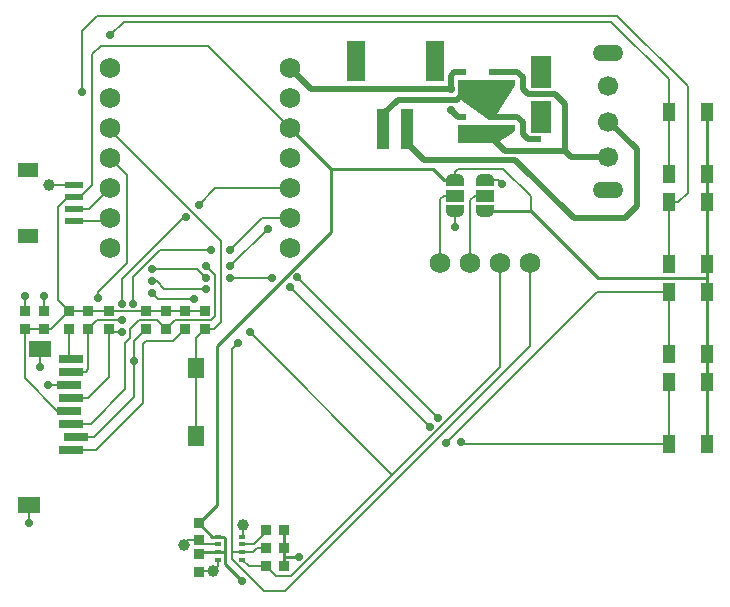
<source format=gbr>
%TF.GenerationSoftware,KiCad,Pcbnew,7.0.8*%
%TF.CreationDate,2024-01-07T13:33:52-05:00*%
%TF.ProjectId,destinationWeatherStation_r4-5,64657374-696e-4617-9469-6f6e57656174,02*%
%TF.SameCoordinates,Original*%
%TF.FileFunction,Copper,L1,Top*%
%TF.FilePolarity,Positive*%
%FSLAX46Y46*%
G04 Gerber Fmt 4.6, Leading zero omitted, Abs format (unit mm)*
G04 Created by KiCad (PCBNEW 7.0.8) date 2024-01-07 13:33:52*
%MOMM*%
%LPD*%
G01*
G04 APERTURE LIST*
G04 Aperture macros list*
%AMFreePoly0*
4,1,19,0.550000,-0.750000,0.000000,-0.750000,0.000000,-0.744911,-0.071157,-0.744911,-0.207708,-0.704816,-0.327430,-0.627875,-0.420627,-0.520320,-0.479746,-0.390866,-0.500000,-0.250000,-0.500000,0.250000,-0.479746,0.390866,-0.420627,0.520320,-0.327430,0.627875,-0.207708,0.704816,-0.071157,0.744911,0.000000,0.744911,0.000000,0.750000,0.550000,0.750000,0.550000,-0.750000,0.550000,-0.750000,
$1*%
%AMFreePoly1*
4,1,19,0.000000,0.744911,0.071157,0.744911,0.207708,0.704816,0.327430,0.627875,0.420627,0.520320,0.479746,0.390866,0.500000,0.250000,0.500000,-0.250000,0.479746,-0.390866,0.420627,-0.520320,0.327430,-0.627875,0.207708,-0.704816,0.071157,-0.744911,0.000000,-0.744911,0.000000,-0.750000,-0.550000,-0.750000,-0.550000,0.750000,0.000000,0.750000,0.000000,0.744911,0.000000,0.744911,
$1*%
G04 Aperture macros list end*
%TA.AperFunction,SMDPad,CuDef*%
%ADD10R,1.000000X1.550000*%
%TD*%
%TA.AperFunction,ComponentPad*%
%ADD11O,2.600000X1.350000*%
%TD*%
%TA.AperFunction,ComponentPad*%
%ADD12C,1.700000*%
%TD*%
%TA.AperFunction,SMDPad,CuDef*%
%ADD13R,0.826000X0.609000*%
%TD*%
%TA.AperFunction,SMDPad,CuDef*%
%ADD14R,0.970000X0.871000*%
%TD*%
%TA.AperFunction,SMDPad,CuDef*%
%ADD15R,1.500000X3.400000*%
%TD*%
%TA.AperFunction,SMDPad,CuDef*%
%ADD16R,1.000000X3.500000*%
%TD*%
%TA.AperFunction,SMDPad,CuDef*%
%ADD17R,0.706000X0.567000*%
%TD*%
%TA.AperFunction,SMDPad,CuDef*%
%ADD18R,2.000000X0.800000*%
%TD*%
%TA.AperFunction,SMDPad,CuDef*%
%ADD19R,1.400000X1.800000*%
%TD*%
%TA.AperFunction,SMDPad,CuDef*%
%ADD20R,1.900000X1.400000*%
%TD*%
%TA.AperFunction,SMDPad,CuDef*%
%ADD21R,0.820000X0.929000*%
%TD*%
%TA.AperFunction,SMDPad,CuDef*%
%ADD22R,0.929000X0.820000*%
%TD*%
%TA.AperFunction,SMDPad,CuDef*%
%ADD23FreePoly0,90.000000*%
%TD*%
%TA.AperFunction,SMDPad,CuDef*%
%ADD24R,1.500000X1.000000*%
%TD*%
%TA.AperFunction,SMDPad,CuDef*%
%ADD25FreePoly1,90.000000*%
%TD*%
%TA.AperFunction,ComponentPad*%
%ADD26C,1.750000*%
%TD*%
%TA.AperFunction,SMDPad,CuDef*%
%ADD27R,1.800000X1.200000*%
%TD*%
%TA.AperFunction,SMDPad,CuDef*%
%ADD28R,1.550000X0.600000*%
%TD*%
%TA.AperFunction,SMDPad,CuDef*%
%ADD29R,0.500000X0.350000*%
%TD*%
%TA.AperFunction,SMDPad,CuDef*%
%ADD30FreePoly0,270.000000*%
%TD*%
%TA.AperFunction,SMDPad,CuDef*%
%ADD31FreePoly1,270.000000*%
%TD*%
%TA.AperFunction,ViaPad*%
%ADD32C,0.700000*%
%TD*%
%TA.AperFunction,ViaPad*%
%ADD33C,1.000000*%
%TD*%
%TA.AperFunction,Conductor*%
%ADD34C,0.250000*%
%TD*%
%TA.AperFunction,Conductor*%
%ADD35C,0.200000*%
%TD*%
%TA.AperFunction,Conductor*%
%ADD36C,0.500000*%
%TD*%
%TA.AperFunction,Conductor*%
%ADD37C,0.300000*%
%TD*%
G04 APERTURE END LIST*
D10*
%TO.P,SW5,1*%
%TO.N,+3V3*%
X173685000Y-102785000D03*
%TO.P,SW5,2*%
X173685000Y-108035000D03*
%TO.P,SW5,3*%
%TO.N,/SW5*%
X170485000Y-102785000D03*
%TO.P,SW5,4*%
X170485000Y-108035000D03*
%TD*%
%TO.P,SW3,1*%
%TO.N,+3V3*%
X173685000Y-87545000D03*
%TO.P,SW3,2*%
X173685000Y-92795000D03*
%TO.P,SW3,3*%
%TO.N,/SW3*%
X170485000Y-87545000D03*
%TO.P,SW3,4*%
X170485000Y-92795000D03*
%TD*%
%TO.P,SW2,1*%
%TO.N,+3V3*%
X173685000Y-79925000D03*
%TO.P,SW2,2*%
X173685000Y-85175000D03*
%TO.P,SW2,3*%
%TO.N,/SW2*%
X170485000Y-79925000D03*
%TO.P,SW2,4*%
X170485000Y-85175000D03*
%TD*%
D11*
%TO.P,SW1,*%
%TO.N,*%
X165354000Y-86530000D03*
X165354000Y-74930000D03*
D12*
%TO.P,SW1,1,A*%
%TO.N,Net-(SW1-A)*%
X165354000Y-83730000D03*
%TO.P,SW1,2,B*%
%TO.N,Net-(J1-Pin_1)*%
X165354000Y-80730000D03*
%TO.P,SW1,3,C*%
%TO.N,unconnected-(SW1-C-Pad3)*%
X165354000Y-77730000D03*
%TD*%
D13*
%TO.P,Q2,1*%
%TO.N,Net-(SW1-A)*%
X159228000Y-78420000D03*
%TO.P,Q2,2*%
%TO.N,GND*%
X159228000Y-76520000D03*
%TO.P,Q2,3*%
%TO.N,Net-(J1-Pin_2)*%
X157002000Y-77470000D03*
%TD*%
D14*
%TO.P,C2,1*%
%TO.N,+3V3*%
X130683000Y-117360000D03*
%TO.P,C2,2*%
%TO.N,GND*%
X130683000Y-118860000D03*
%TD*%
D15*
%TO.P,J1,*%
%TO.N,*%
X150670000Y-75586000D03*
X143970000Y-75586000D03*
D16*
%TO.P,J1,1,Pin_1*%
%TO.N,Net-(J1-Pin_1)*%
X148320000Y-81336000D03*
%TO.P,J1,2,Pin_2*%
%TO.N,Net-(J1-Pin_2)*%
X146320000Y-81336000D03*
%TD*%
D17*
%TO.P,Q4,1*%
%TO.N,Net-(J1-Pin_2)*%
X155608000Y-78420000D03*
%TO.P,Q4,2*%
X155608000Y-77470000D03*
%TO.P,Q4,3*%
%TO.N,Net-(SW1-A)*%
X155608000Y-76520000D03*
%TO.P,Q4,4*%
%TO.N,VCC*%
X153002000Y-76520000D03*
%TO.P,Q4,5*%
%TO.N,Net-(J1-Pin_2)*%
X153002000Y-77470000D03*
%TO.P,Q4,6*%
X153002000Y-78420000D03*
%TD*%
D18*
%TO.P,J2,1,DAT2*%
%TO.N,/DAT2*%
X119879000Y-108505000D03*
%TO.P,J2,2,DAT3/CD*%
%TO.N,/CS_SD*%
X120279000Y-107405000D03*
%TO.P,J2,3,CMD*%
%TO.N,/MOSI*%
X119879000Y-106305000D03*
%TO.P,J2,4,VDD*%
%TO.N,+3V3*%
X119679000Y-105205000D03*
%TO.P,J2,5,CLK*%
%TO.N,/SCK*%
X119879000Y-104105000D03*
%TO.P,J2,6,VSS*%
%TO.N,GND*%
X119679000Y-103005000D03*
%TO.P,J2,7,DAT0*%
%TO.N,/MISO*%
X119879000Y-101905000D03*
%TO.P,J2,8,DAT1*%
%TO.N,/DAT1*%
X119879000Y-100805000D03*
D19*
%TO.P,J2,9,DET*%
%TO.N,/CD*%
X130429000Y-101615000D03*
X130429000Y-107315000D03*
D20*
%TO.P,J2,10,SHIELD*%
%TO.N,GND*%
X117279000Y-100015000D03*
X116279000Y-113165000D03*
%TD*%
D10*
%TO.P,SW4,1*%
%TO.N,+3V3*%
X173685000Y-95165000D03*
%TO.P,SW4,2*%
X173685000Y-100415000D03*
%TO.P,SW4,3*%
%TO.N,/SW4*%
X170485000Y-95165000D03*
%TO.P,SW4,4*%
X170485000Y-100415000D03*
%TD*%
D21*
%TO.P,R10,1*%
%TO.N,+3V3*%
X137910000Y-118364000D03*
%TO.P,R10,2*%
%TO.N,/SCL*%
X136400000Y-118364000D03*
%TD*%
D22*
%TO.P,R5,1*%
%TO.N,+3V3*%
X127889000Y-96781000D03*
%TO.P,R5,2*%
%TO.N,/MOSI*%
X127889000Y-98291000D03*
%TD*%
D23*
%TO.P,JP2,1,A*%
%TO.N,+3V3*%
X154940000Y-88295000D03*
D24*
%TO.P,JP2,2,C*%
%TO.N,/OLED2*%
X154940000Y-86995000D03*
D25*
%TO.P,JP2,3,B*%
%TO.N,GND*%
X154940000Y-85695000D03*
%TD*%
D14*
%TO.P,C4,1*%
%TO.N,+3V3*%
X117602000Y-98286000D03*
%TO.P,C4,2*%
%TO.N,GND*%
X117602000Y-96786000D03*
%TD*%
D22*
%TO.P,R3,1*%
%TO.N,+3V3*%
X121343000Y-96781000D03*
%TO.P,R3,2*%
%TO.N,/MISO*%
X121343000Y-98291000D03*
%TD*%
D26*
%TO.P,U1,1,D0*%
%TO.N,/SW2*%
X123190000Y-76200000D03*
%TO.P,U1,2,D1*%
%TO.N,/SW3*%
X123190000Y-78740000D03*
%TO.P,U1,3,D2*%
%TO.N,/CD*%
X123190000Y-81280000D03*
%TO.P,U1,4,D3*%
%TO.N,/CS_SD*%
X123190000Y-83820000D03*
%TO.P,U1,5,SDA*%
%TO.N,/SDA*%
X123190000Y-86360000D03*
%TO.P,U1,6,SCL*%
%TO.N,/SCL*%
X123190000Y-88900000D03*
%TO.P,U1,7,D6*%
%TO.N,/SW4*%
X123190000Y-91440000D03*
%TO.P,U1,8,D7*%
%TO.N,/SW5*%
X138430000Y-91440000D03*
%TO.P,U1,9,SCK*%
%TO.N,/SCK*%
X138430000Y-88900000D03*
%TO.P,U1,10,MISO*%
%TO.N,/MISO*%
X138430000Y-86360000D03*
%TO.P,U1,11,MOSI*%
%TO.N,/MOSI*%
X138430000Y-83820000D03*
%TO.P,U1,12,3V3*%
%TO.N,+3V3*%
X138430000Y-81280000D03*
%TO.P,U1,13,GND*%
%TO.N,GND*%
X138430000Y-78740000D03*
%TO.P,U1,14,VIN*%
%TO.N,VCC*%
X138430000Y-76200000D03*
%TD*%
D27*
%TO.P,J3,*%
%TO.N,*%
X116235000Y-84830000D03*
X116235000Y-90430000D03*
D28*
%TO.P,J3,1,Pin_1*%
%TO.N,GND*%
X120110000Y-86130000D03*
%TO.P,J3,2,Pin_2*%
%TO.N,+3V3*%
X120110000Y-87130000D03*
%TO.P,J3,3,Pin_3*%
%TO.N,/SDA*%
X120110000Y-88130000D03*
%TO.P,J3,4,Pin_4*%
%TO.N,/SCL*%
X120110000Y-89130000D03*
%TD*%
D22*
%TO.P,R1,1*%
%TO.N,+3V3*%
X131191000Y-96781000D03*
%TO.P,R1,2*%
%TO.N,/CD*%
X131191000Y-98291000D03*
%TD*%
D29*
%TO.P,U2,1,GND*%
%TO.N,GND*%
X134375000Y-115865000D03*
%TO.P,U2,2,CSB*%
%TO.N,/BME_CS*%
X134375000Y-116515000D03*
%TO.P,U2,3,SDI*%
%TO.N,/SDA*%
X134375000Y-117165000D03*
%TO.P,U2,4,SCK*%
%TO.N,/SCL*%
X134375000Y-117815000D03*
%TO.P,U2,5,SDO*%
%TO.N,GND*%
X132325000Y-117815000D03*
%TO.P,U2,6,VDDIO*%
%TO.N,+3V3*%
X132325000Y-117165000D03*
%TO.P,U2,7,GND*%
%TO.N,GND*%
X132325000Y-116515000D03*
%TO.P,U2,8,VDD*%
%TO.N,+3V3*%
X132325000Y-115865000D03*
%TD*%
D13*
%TO.P,Q1,1*%
%TO.N,Net-(J1-Pin_2)*%
X159228000Y-82230000D03*
%TO.P,Q1,2*%
%TO.N,GND*%
X159228000Y-80330000D03*
%TO.P,Q1,3*%
%TO.N,Net-(SW1-A)*%
X157002000Y-81280000D03*
%TD*%
D22*
%TO.P,R2,1*%
%TO.N,+3V3*%
X119692000Y-96781000D03*
%TO.P,R2,2*%
%TO.N,/DAT1*%
X119692000Y-98291000D03*
%TD*%
D26*
%TO.P,U3,1,GND*%
%TO.N,/OLED1*%
X151130000Y-92710000D03*
%TO.P,U3,2,VCC*%
%TO.N,/OLED2*%
X153670000Y-92710000D03*
%TO.P,U3,3,SCL*%
%TO.N,/SCL*%
X156210000Y-92710000D03*
%TO.P,U3,4,SDA*%
%TO.N,/SDA*%
X158750000Y-92710000D03*
%TD*%
D21*
%TO.P,R9,1*%
%TO.N,+3V3*%
X137920000Y-116840000D03*
%TO.P,R9,2*%
%TO.N,/SDA*%
X136410000Y-116840000D03*
%TD*%
D22*
%TO.P,R6,1*%
%TO.N,+3V3*%
X126238000Y-96781000D03*
%TO.P,R6,2*%
%TO.N,/CS_SD*%
X126238000Y-98291000D03*
%TD*%
D30*
%TO.P,JP1,1,A*%
%TO.N,+3V3*%
X152400000Y-85695000D03*
D24*
%TO.P,JP1,2,C*%
%TO.N,/OLED1*%
X152400000Y-86995000D03*
D31*
%TO.P,JP1,3,B*%
%TO.N,GND*%
X152400000Y-88295000D03*
%TD*%
D22*
%TO.P,R7,1*%
%TO.N,+3V3*%
X129540000Y-96781000D03*
%TO.P,R7,2*%
%TO.N,/DAT2*%
X129540000Y-98291000D03*
%TD*%
D21*
%TO.P,R8,1*%
%TO.N,+3V3*%
X137920000Y-115316000D03*
%TO.P,R8,2*%
%TO.N,/BME_CS*%
X136410000Y-115316000D03*
%TD*%
D14*
%TO.P,C1,1*%
%TO.N,+3V3*%
X130683000Y-114693000D03*
%TO.P,C1,2*%
%TO.N,GND*%
X130683000Y-116193000D03*
%TD*%
D22*
%TO.P,R4,1*%
%TO.N,+3V3*%
X123063000Y-96781000D03*
%TO.P,R4,2*%
%TO.N,/SCK*%
X123063000Y-98291000D03*
%TD*%
D14*
%TO.P,C3,1*%
%TO.N,+3V3*%
X115951000Y-98286000D03*
%TO.P,C3,2*%
%TO.N,GND*%
X115951000Y-96786000D03*
%TD*%
D17*
%TO.P,Q3,1*%
%TO.N,Net-(SW1-A)*%
X155608000Y-82230000D03*
%TO.P,Q3,2*%
X155608000Y-81280000D03*
%TO.P,Q3,3*%
%TO.N,Net-(J1-Pin_2)*%
X155608000Y-80330000D03*
%TO.P,Q3,4*%
%TO.N,VCC*%
X153002000Y-80330000D03*
%TO.P,Q3,5*%
%TO.N,Net-(SW1-A)*%
X153002000Y-81280000D03*
%TO.P,Q3,6*%
X153002000Y-82230000D03*
%TD*%
D32*
%TO.N,+3V3*%
X139185734Y-117595734D03*
X134366000Y-119634000D03*
%TO.N,GND*%
X117602000Y-95504000D03*
X160147000Y-76581000D03*
X117914000Y-103034000D03*
X116332000Y-114681000D03*
X159258000Y-79375000D03*
X115951000Y-95504000D03*
D33*
X131900000Y-118800000D03*
D32*
X160147000Y-81280000D03*
X160147000Y-79375000D03*
X160147000Y-75565000D03*
X160147000Y-77470000D03*
X156337000Y-85979000D03*
X160147000Y-80391000D03*
X152400000Y-89662000D03*
D33*
X129413000Y-116586000D03*
D32*
X159258000Y-75565000D03*
X117221000Y-101473000D03*
D33*
X134400000Y-114900000D03*
X118008400Y-86131400D03*
D32*
X159258000Y-77470000D03*
X159258000Y-81280000D03*
%TO.N,VCC*%
X152019000Y-77978000D03*
X152019000Y-79756000D03*
%TO.N,/SDA*%
X130302000Y-95758000D03*
X126746000Y-95250000D03*
X133999500Y-99441000D03*
%TO.N,/SCL*%
X135001000Y-98552000D03*
X126746000Y-94234000D03*
X131318000Y-94879503D03*
%TO.N,/MISO*%
X124206000Y-97536000D03*
X124206000Y-96131500D03*
X129603500Y-88836500D03*
X130683000Y-87757000D03*
%TO.N,/SCK*%
X133350000Y-91567000D03*
X125105503Y-96131500D03*
X131684500Y-91567000D03*
X124191500Y-98552000D03*
%TO.N,/MOSI*%
X133350000Y-92964000D03*
X131318000Y-92964000D03*
X136525000Y-89789000D03*
%TO.N,/CS_SD*%
X122174000Y-95631000D03*
X125222000Y-100965000D03*
%TO.N,/SW2*%
X123190000Y-73400500D03*
%TO.N,/SW3*%
X120777000Y-78232000D03*
%TO.N,/SW4*%
X150234734Y-106546734D03*
X151638000Y-107950000D03*
X136906000Y-93980000D03*
X131318000Y-93980000D03*
X133350000Y-93980000D03*
X126746000Y-93198109D03*
X138430000Y-94742000D03*
%TO.N,/SW5*%
X139001500Y-93916500D03*
X152908000Y-107823000D03*
X150933234Y-105848234D03*
%TD*%
D34*
%TO.N,+3V3*%
X173685000Y-93980000D02*
X172847000Y-93980000D01*
D35*
X115951000Y-98286000D02*
X117602000Y-98286000D01*
X156464000Y-84709000D02*
X158780000Y-87025000D01*
D34*
X141850000Y-90052000D02*
X132207000Y-99695000D01*
X173685000Y-87545000D02*
X173685000Y-92795000D01*
X139179468Y-117602000D02*
X137910000Y-117602000D01*
X132325000Y-115865000D02*
X132722500Y-115865000D01*
D35*
X126238000Y-96781000D02*
X129540000Y-96781000D01*
X132875000Y-117094000D02*
X132804000Y-117165000D01*
X129540000Y-96781000D02*
X131191000Y-96781000D01*
D34*
X130683000Y-117410000D02*
X130928000Y-117165000D01*
D35*
X121666000Y-86084000D02*
X121666000Y-75034000D01*
X118745000Y-87995736D02*
X118745000Y-95834000D01*
D34*
X158780000Y-88295000D02*
X154940000Y-88295000D01*
X132722500Y-115865000D02*
X132875000Y-116017500D01*
D35*
X120620000Y-87130000D02*
X121666000Y-86084000D01*
X158780000Y-87025000D02*
X158780000Y-88295000D01*
X139185734Y-117595734D02*
X139179468Y-117602000D01*
X119761000Y-96712000D02*
X119692000Y-96781000D01*
X152654000Y-84709000D02*
X156464000Y-84709000D01*
D34*
X173685000Y-100415000D02*
X173685000Y-102785000D01*
X173685000Y-95165000D02*
X173685000Y-100415000D01*
X173685000Y-79925000D02*
X173685000Y-85175000D01*
X130928000Y-117165000D02*
X132325000Y-117165000D01*
D35*
X118187000Y-98286000D02*
X119692000Y-96781000D01*
X118679000Y-105205000D02*
X119679000Y-105205000D01*
X115951000Y-98286000D02*
X115951000Y-102477000D01*
D34*
X132875000Y-118143000D02*
X134366000Y-119634000D01*
X150486000Y-84700000D02*
X141850000Y-84700000D01*
D35*
X154940000Y-88295000D02*
X154755000Y-88295000D01*
D34*
X132207000Y-113169000D02*
X130683000Y-114693000D01*
X137910000Y-118364000D02*
X137910000Y-117602000D01*
D35*
X117602000Y-98286000D02*
X118187000Y-98286000D01*
D34*
X130683000Y-114743000D02*
X131805000Y-115865000D01*
X141850000Y-84700000D02*
X141850000Y-90052000D01*
D35*
X119692000Y-96781000D02*
X126238000Y-96781000D01*
X131445000Y-74295000D02*
X134112000Y-76962000D01*
D34*
X132875000Y-116017500D02*
X132875000Y-117025000D01*
D35*
X119610736Y-87130000D02*
X118745000Y-87995736D01*
X152400000Y-84963000D02*
X152654000Y-84709000D01*
D34*
X164465000Y-93980000D02*
X158780000Y-88295000D01*
X151481000Y-85695000D02*
X150486000Y-84700000D01*
D35*
X118745000Y-95834000D02*
X119692000Y-96781000D01*
X121666000Y-75034000D02*
X122405000Y-74295000D01*
X134112000Y-76962000D02*
X138430000Y-81280000D01*
D34*
X173685000Y-85175000D02*
X173685000Y-87545000D01*
X152400000Y-85695000D02*
X151481000Y-85695000D01*
X131805000Y-115865000D02*
X132325000Y-115865000D01*
D35*
X137910000Y-115326000D02*
X137920000Y-115316000D01*
X152400000Y-85695000D02*
X152400000Y-84963000D01*
X122405000Y-74295000D02*
X131445000Y-74295000D01*
D34*
X141850000Y-84700000D02*
X138430000Y-81280000D01*
X137910000Y-117602000D02*
X137910000Y-115326000D01*
X132207000Y-99695000D02*
X132207000Y-113169000D01*
X172847000Y-93980000D02*
X164465000Y-93980000D01*
X173685000Y-93980000D02*
X173685000Y-95165000D01*
X173685000Y-92795000D02*
X173685000Y-93980000D01*
X132875000Y-117025000D02*
X132875000Y-118143000D01*
D35*
X115951000Y-102477000D02*
X118679000Y-105205000D01*
D34*
X132804000Y-117165000D02*
X132325000Y-117165000D01*
D35*
X120110000Y-87130000D02*
X119610736Y-87130000D01*
D34*
X173685000Y-102785000D02*
X173685000Y-108035000D01*
D35*
X120110000Y-87130000D02*
X120620000Y-87130000D01*
%TO.N,GND*%
X134400000Y-115840000D02*
X134375000Y-115865000D01*
X115951000Y-96786000D02*
X115951000Y-95504000D01*
X129806000Y-116193000D02*
X130733000Y-116193000D01*
X119679000Y-103005000D02*
X117943000Y-103005000D01*
X120110000Y-86130000D02*
X118009800Y-86130000D01*
X117279000Y-100015000D02*
X117279000Y-101415000D01*
X132325000Y-118375000D02*
X132325000Y-117815000D01*
X116279000Y-114628000D02*
X116332000Y-114681000D01*
X130733000Y-116193000D02*
X131055000Y-116515000D01*
X129413000Y-116586000D02*
X129806000Y-116193000D01*
X131055000Y-116515000D02*
X132325000Y-116515000D01*
X116279000Y-113165000D02*
X116279000Y-114628000D01*
X154940000Y-85695000D02*
X156053000Y-85695000D01*
X131900000Y-118800000D02*
X131890000Y-118810000D01*
X134400000Y-114900000D02*
X134400000Y-115840000D01*
X131900000Y-118800000D02*
X132325000Y-118375000D01*
X118009800Y-86130000D02*
X118008400Y-86131400D01*
X156053000Y-85695000D02*
X156337000Y-85979000D01*
X117602000Y-96786000D02*
X117602000Y-95504000D01*
X117279000Y-101415000D02*
X117221000Y-101473000D01*
X152400000Y-88295000D02*
X152400000Y-89662000D01*
X117943000Y-103005000D02*
X117914000Y-103034000D01*
X131890000Y-118810000D02*
X130683000Y-118810000D01*
D36*
%TO.N,VCC*%
X152019000Y-76835000D02*
X152019000Y-77978000D01*
X140208000Y-77978000D02*
X138430000Y-76200000D01*
X153002000Y-76520000D02*
X152334000Y-76520000D01*
X152019000Y-79756000D02*
X152593000Y-80330000D01*
X152019000Y-77978000D02*
X140208000Y-77978000D01*
X152334000Y-76520000D02*
X152019000Y-76835000D01*
X152593000Y-80330000D02*
X153002000Y-80330000D01*
D35*
%TO.N,/OLED1*%
X151450000Y-86995000D02*
X152400000Y-86995000D01*
X151130000Y-87315000D02*
X151450000Y-86995000D01*
X151130000Y-92710000D02*
X151130000Y-87315000D01*
%TO.N,/OLED2*%
X154051000Y-86995000D02*
X154940000Y-86995000D01*
X153670000Y-92710000D02*
X153670000Y-87376000D01*
X153670000Y-87376000D02*
X154051000Y-86995000D01*
%TO.N,/BME_CS*%
X134375000Y-116515000D02*
X135345000Y-116515000D01*
X135345000Y-116515000D02*
X136410000Y-115450000D01*
X136410000Y-115450000D02*
X136410000Y-115316000D01*
%TO.N,/DAT2*%
X122000000Y-108505000D02*
X125984000Y-104521000D01*
X126238000Y-99314000D02*
X128517000Y-99314000D01*
X119879000Y-108505000D02*
X122000000Y-108505000D01*
X125984000Y-99568000D02*
X126238000Y-99314000D01*
X128517000Y-99314000D02*
X129540000Y-98291000D01*
X125984000Y-104521000D02*
X125984000Y-99568000D01*
%TO.N,/DAT1*%
X119692000Y-100618000D02*
X119879000Y-100805000D01*
X119692000Y-98328000D02*
X119692000Y-100618000D01*
D36*
%TO.N,Net-(J1-Pin_1)*%
X167767000Y-87884000D02*
X167767000Y-83058000D01*
X148320000Y-82534000D02*
X149733000Y-83947000D01*
D37*
X148320000Y-81336000D02*
X148320000Y-82534000D01*
D36*
X166751000Y-88900000D02*
X167767000Y-87884000D01*
X167767000Y-83058000D02*
X165439000Y-80730000D01*
X149733000Y-83947000D02*
X157480000Y-83947000D01*
X165439000Y-80730000D02*
X165354000Y-80730000D01*
X157480000Y-83947000D02*
X162433000Y-88900000D01*
X162433000Y-88900000D02*
X166751000Y-88900000D01*
%TO.N,Net-(J1-Pin_2)*%
X158557000Y-82230000D02*
X158115000Y-81788000D01*
X146320000Y-80086000D02*
X147539000Y-78867000D01*
X158115000Y-80775500D02*
X157669500Y-80330000D01*
X146320000Y-81336000D02*
X146320000Y-80086000D01*
X152555000Y-78867000D02*
X153002000Y-78420000D01*
X158115000Y-81788000D02*
X158115000Y-80775500D01*
X147539000Y-78867000D02*
X152555000Y-78867000D01*
X159228000Y-82230000D02*
X158557000Y-82230000D01*
X157669500Y-80330000D02*
X155608000Y-80330000D01*
D35*
%TO.N,/SDA*%
X137968633Y-120500000D02*
X136200000Y-120500000D01*
X133477000Y-117777000D02*
X133477000Y-99963500D01*
X136410000Y-116840000D02*
X135636000Y-116840000D01*
X135636000Y-116840000D02*
X135311000Y-117165000D01*
X120110000Y-88130000D02*
X121420000Y-88130000D01*
X136200000Y-120500000D02*
X133477000Y-117777000D01*
X135311000Y-117165000D02*
X134375000Y-117165000D01*
X126746000Y-95250000D02*
X127254000Y-95758000D01*
X133477000Y-99963500D02*
X133999500Y-99441000D01*
X127254000Y-95758000D02*
X130302000Y-95758000D01*
X158750000Y-99718633D02*
X137968633Y-120500000D01*
X121420000Y-88130000D02*
X123190000Y-86360000D01*
X134375000Y-117165000D02*
X133477000Y-117165000D01*
X158750000Y-92710000D02*
X158750000Y-99718633D01*
%TO.N,/SCL*%
X127127000Y-94234000D02*
X127772503Y-94879503D01*
X127772503Y-94879503D02*
X131318000Y-94879503D01*
X156210000Y-101490000D02*
X156210000Y-92710000D01*
X126746000Y-94234000D02*
X127127000Y-94234000D01*
X134375000Y-117815000D02*
X134924000Y-118364000D01*
X136400000Y-118364000D02*
X137200000Y-119164000D01*
X121500000Y-89130000D02*
X122960000Y-89130000D01*
X137200000Y-119164000D02*
X137750000Y-119164000D01*
X138536000Y-119164000D02*
X141994500Y-115705500D01*
X120110000Y-89130000D02*
X121500000Y-89130000D01*
X137750000Y-119164000D02*
X138536000Y-119164000D01*
X122960000Y-89130000D02*
X123190000Y-88900000D01*
X137750000Y-119164000D02*
X137236500Y-119164000D01*
X141994500Y-115705500D02*
X156210000Y-101490000D01*
X135001000Y-98552000D02*
X147074500Y-110625500D01*
X134924000Y-118364000D02*
X136400000Y-118364000D01*
D36*
%TO.N,Net-(SW1-A)*%
X162216000Y-83730000D02*
X161671000Y-83185000D01*
X155636000Y-82230000D02*
X156591000Y-83185000D01*
X160843000Y-78420000D02*
X159228000Y-78420000D01*
X155608000Y-82230000D02*
X155636000Y-82230000D01*
X157669500Y-76520000D02*
X155608000Y-76520000D01*
X165354000Y-83730000D02*
X162216000Y-83730000D01*
X158115000Y-77978000D02*
X158115000Y-76965500D01*
X161671000Y-79248000D02*
X160843000Y-78420000D01*
X156591000Y-83185000D02*
X161671000Y-83185000D01*
X161671000Y-83185000D02*
X161671000Y-79248000D01*
X158557000Y-78420000D02*
X158115000Y-77978000D01*
X158115000Y-76965500D02*
X157669500Y-76520000D01*
X159228000Y-78420000D02*
X158557000Y-78420000D01*
D35*
%TO.N,/CD*%
X123190000Y-81407000D02*
X132588000Y-90805000D01*
X131191000Y-98291000D02*
X131960000Y-98291000D01*
X130315000Y-107733000D02*
X130311000Y-107737000D01*
X130429000Y-107315000D02*
X130429000Y-101615000D01*
X130429000Y-99053000D02*
X131191000Y-98291000D01*
X130483200Y-101560800D02*
X130429000Y-101615000D01*
X130444000Y-101600000D02*
X130429000Y-101615000D01*
X131960000Y-98291000D02*
X132588000Y-97663000D01*
X130429000Y-101615000D02*
X130429000Y-99053000D01*
X132588000Y-90805000D02*
X132588000Y-97663000D01*
X130487000Y-101557000D02*
X130429000Y-101615000D01*
X123190000Y-81280000D02*
X123190000Y-81407000D01*
%TO.N,/MISO*%
X121343000Y-98291000D02*
X122098000Y-97536000D01*
X132080000Y-86360000D02*
X138430000Y-86360000D01*
X129412823Y-88836500D02*
X124206000Y-94043323D01*
X130683000Y-87757000D02*
X132080000Y-86360000D01*
X129603500Y-88836500D02*
X129412823Y-88836500D01*
X121343000Y-98328000D02*
X121343000Y-101669000D01*
X122098000Y-97536000D02*
X124206000Y-97536000D01*
X121107000Y-101905000D02*
X119879000Y-101905000D01*
X124206000Y-94043323D02*
X124206000Y-96131500D01*
X121343000Y-101669000D02*
X121107000Y-101905000D01*
%TO.N,/SCK*%
X127437979Y-91567000D02*
X131684500Y-91567000D01*
X123063000Y-102362000D02*
X121320000Y-104105000D01*
X123324000Y-98552000D02*
X123063000Y-98291000D01*
X121320000Y-104105000D02*
X119879000Y-104105000D01*
X123063000Y-98291000D02*
X123063000Y-102362000D01*
X133350000Y-91567000D02*
X136017000Y-88900000D01*
X124191500Y-98552000D02*
X123324000Y-98552000D01*
X125105503Y-96131500D02*
X125105503Y-93899476D01*
X125105503Y-93899476D02*
X127437979Y-91567000D01*
X136017000Y-88900000D02*
X138430000Y-88900000D01*
%TO.N,/MOSI*%
X132080000Y-93726000D02*
X132080000Y-97190764D01*
X124841000Y-99090239D02*
X124841000Y-98298000D01*
X131318000Y-92964000D02*
X132080000Y-93726000D01*
X124460000Y-103378000D02*
X124460000Y-99471239D01*
X119879000Y-106305000D02*
X121533000Y-106305000D01*
X125603000Y-97536000D02*
X127134000Y-97536000D01*
X124841000Y-98298000D02*
X125603000Y-97536000D01*
X124460000Y-99471239D02*
X124841000Y-99090239D01*
X127134000Y-97536000D02*
X127889000Y-98291000D01*
X131734764Y-97536000D02*
X128644000Y-97536000D01*
X132080000Y-97190764D02*
X131734764Y-97536000D01*
X136525000Y-89789000D02*
X133350000Y-92964000D01*
X128644000Y-97536000D02*
X127889000Y-98291000D01*
X121533000Y-106305000D02*
X124460000Y-103378000D01*
%TO.N,/CS_SD*%
X123190000Y-83820000D02*
X124587000Y-85217000D01*
X122174000Y-95123000D02*
X122174000Y-95631000D01*
X125222000Y-104013000D02*
X121830000Y-107405000D01*
X125222000Y-100965000D02*
X125222000Y-99307000D01*
X125222000Y-99307000D02*
X126238000Y-98291000D01*
X124587000Y-92710000D02*
X122174000Y-95123000D01*
X125222000Y-100965000D02*
X125222000Y-104013000D01*
X121830000Y-107405000D02*
X120279000Y-107405000D01*
X124587000Y-85217000D02*
X124587000Y-92710000D01*
%TO.N,/SW2*%
X170485000Y-79925000D02*
X170485000Y-85175000D01*
X170485000Y-77140000D02*
X165608000Y-72263000D01*
X165608000Y-72263000D02*
X124327500Y-72263000D01*
X170485000Y-79925000D02*
X170485000Y-77140000D01*
X124327500Y-72263000D02*
X123190000Y-73400500D01*
%TO.N,/SW3*%
X120777000Y-78232000D02*
X120777000Y-73025000D01*
X171281000Y-87545000D02*
X170485000Y-87545000D01*
X172085000Y-86741000D02*
X171281000Y-87545000D01*
X122047000Y-71755000D02*
X166116000Y-71755000D01*
X172085000Y-77724000D02*
X172085000Y-86741000D01*
X170485000Y-87545000D02*
X170485000Y-92795000D01*
X120777000Y-73025000D02*
X122047000Y-71755000D01*
X166116000Y-71755000D02*
X172085000Y-77724000D01*
%TO.N,/SW4*%
X130536109Y-93198109D02*
X131318000Y-93980000D01*
X136906000Y-93980000D02*
X133350000Y-93980000D01*
X170485000Y-95165000D02*
X170485000Y-100415000D01*
X164423000Y-95165000D02*
X170485000Y-95165000D01*
X151638000Y-107950000D02*
X164423000Y-95165000D01*
X150234734Y-106546734D02*
X138430000Y-94742000D01*
X126746000Y-93198109D02*
X130536109Y-93198109D01*
%TO.N,/SW5*%
X139001500Y-93916500D02*
X150933234Y-105848234D01*
X152908000Y-107823000D02*
X153120000Y-108035000D01*
X153120000Y-108035000D02*
X170485000Y-108035000D01*
X170485000Y-102785000D02*
X170485000Y-108035000D01*
%TD*%
%TA.AperFunction,Conductor*%
%TO.N,Net-(J1-Pin_2)*%
G36*
X157411632Y-77168868D02*
G01*
X157415000Y-77177000D01*
X157415000Y-77771135D01*
X157413186Y-77777334D01*
X155961000Y-80046497D01*
X155961000Y-80602000D01*
X155957632Y-80610132D01*
X155949500Y-80613500D01*
X155258762Y-80613500D01*
X155251964Y-80611275D01*
X155250404Y-80610132D01*
X152653702Y-78706946D01*
X152649134Y-78699423D01*
X152649000Y-78697671D01*
X152649000Y-77198000D01*
X152652368Y-77189868D01*
X152660500Y-77186500D01*
X155961000Y-77186500D01*
X156589000Y-77165500D01*
X157403500Y-77165500D01*
X157411632Y-77168868D01*
G37*
%TD.AperFunction*%
%TD*%
%TA.AperFunction,Conductor*%
%TO.N,GND*%
G36*
X160524625Y-79022771D02*
G01*
X160528000Y-79030900D01*
X160528000Y-81649503D01*
X160524632Y-81657635D01*
X160516504Y-81661003D01*
X158826392Y-81661548D01*
X158818259Y-81658182D01*
X158814888Y-81650052D01*
X158814888Y-81650047D01*
X158815000Y-80634500D01*
X158815000Y-80025500D01*
X158814819Y-79032258D01*
X158818186Y-79024126D01*
X158826307Y-79020756D01*
X160516491Y-79019409D01*
X160524625Y-79022771D01*
G37*
%TD.AperFunction*%
%TD*%
%TA.AperFunction,Conductor*%
%TO.N,GND*%
G36*
X160524625Y-75212771D02*
G01*
X160528000Y-75220900D01*
X160528000Y-77839503D01*
X160524632Y-77847635D01*
X160516504Y-77851003D01*
X158826392Y-77851548D01*
X158818259Y-77848182D01*
X158814888Y-77840052D01*
X158814888Y-77840047D01*
X158815000Y-76824500D01*
X158815000Y-76215500D01*
X158814819Y-75222258D01*
X158818186Y-75214126D01*
X158826307Y-75210756D01*
X160516491Y-75209409D01*
X160524625Y-75212771D01*
G37*
%TD.AperFunction*%
%TD*%
%TA.AperFunction,Conductor*%
%TO.N,Net-(SW1-A)*%
G36*
X157411632Y-80978868D02*
G01*
X157415000Y-80987000D01*
X157415000Y-81578200D01*
X157411632Y-81586332D01*
X157409692Y-81587891D01*
X155963831Y-82511691D01*
X155957639Y-82513500D01*
X152660500Y-82513500D01*
X152652368Y-82510132D01*
X152649000Y-82502000D01*
X152649000Y-81008000D01*
X152652368Y-80999868D01*
X152660500Y-80996500D01*
X155961000Y-80996500D01*
X156589000Y-80975500D01*
X157403500Y-80975500D01*
X157411632Y-80978868D01*
G37*
%TD.AperFunction*%
%TD*%
M02*

</source>
